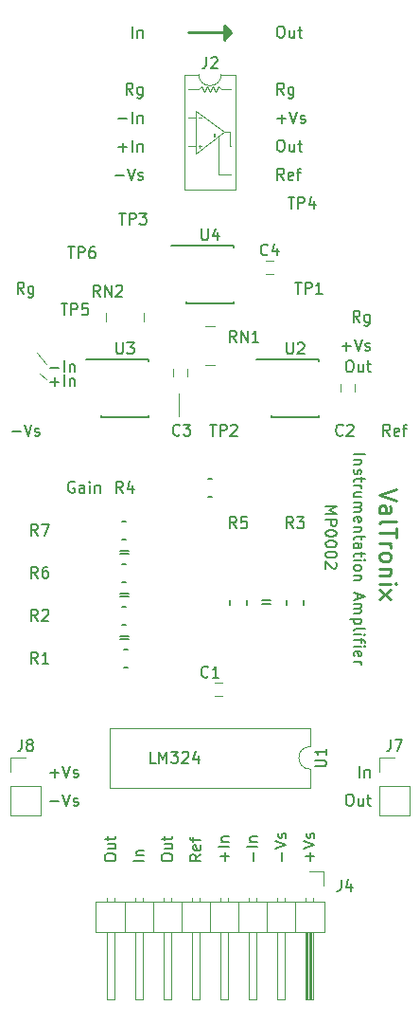
<source format=gbr>
%TF.GenerationSoftware,KiCad,Pcbnew,(5.1.6)-1*%
%TF.CreationDate,2020-07-04T17:27:32+02:00*%
%TF.ProjectId,MP0002 Instrumentation Amplifier,4d503030-3032-4204-996e-737472756d65,1.0*%
%TF.SameCoordinates,Original*%
%TF.FileFunction,Legend,Top*%
%TF.FilePolarity,Positive*%
%FSLAX46Y46*%
G04 Gerber Fmt 4.6, Leading zero omitted, Abs format (unit mm)*
G04 Created by KiCad (PCBNEW (5.1.6)-1) date 2020-07-04 17:27:32*
%MOMM*%
%LPD*%
G01*
G04 APERTURE LIST*
%ADD10C,0.250000*%
%ADD11C,0.150000*%
%ADD12C,0.120000*%
%ADD13C,0.062500*%
G04 APERTURE END LIST*
D10*
X152586428Y-116991428D02*
X151086428Y-117491428D01*
X152586428Y-117991428D01*
X151086428Y-119134285D02*
X151872142Y-119134285D01*
X152015000Y-119062857D01*
X152086428Y-118920000D01*
X152086428Y-118634285D01*
X152015000Y-118491428D01*
X151157857Y-119134285D02*
X151086428Y-118991428D01*
X151086428Y-118634285D01*
X151157857Y-118491428D01*
X151300714Y-118420000D01*
X151443571Y-118420000D01*
X151586428Y-118491428D01*
X151657857Y-118634285D01*
X151657857Y-118991428D01*
X151729285Y-119134285D01*
X151086428Y-120062857D02*
X151157857Y-119920000D01*
X151300714Y-119848571D01*
X152586428Y-119848571D01*
X152586428Y-120420000D02*
X152586428Y-121277142D01*
X151086428Y-120848571D02*
X152586428Y-120848571D01*
X151086428Y-121777142D02*
X152086428Y-121777142D01*
X151800714Y-121777142D02*
X151943571Y-121848571D01*
X152015000Y-121920000D01*
X152086428Y-122062857D01*
X152086428Y-122205714D01*
X151086428Y-122920000D02*
X151157857Y-122777142D01*
X151229285Y-122705714D01*
X151372142Y-122634285D01*
X151800714Y-122634285D01*
X151943571Y-122705714D01*
X152015000Y-122777142D01*
X152086428Y-122920000D01*
X152086428Y-123134285D01*
X152015000Y-123277142D01*
X151943571Y-123348571D01*
X151800714Y-123420000D01*
X151372142Y-123420000D01*
X151229285Y-123348571D01*
X151157857Y-123277142D01*
X151086428Y-123134285D01*
X151086428Y-122920000D01*
X152086428Y-124062857D02*
X151086428Y-124062857D01*
X151943571Y-124062857D02*
X152015000Y-124134285D01*
X152086428Y-124277142D01*
X152086428Y-124491428D01*
X152015000Y-124634285D01*
X151872142Y-124705714D01*
X151086428Y-124705714D01*
X151086428Y-125420000D02*
X152086428Y-125420000D01*
X152586428Y-125420000D02*
X152515000Y-125348571D01*
X152443571Y-125420000D01*
X152515000Y-125491428D01*
X152586428Y-125420000D01*
X152443571Y-125420000D01*
X151086428Y-125991428D02*
X152086428Y-126777142D01*
X152086428Y-125991428D02*
X151086428Y-126777142D01*
D11*
X148772619Y-113880476D02*
X149772619Y-113880476D01*
X149439285Y-114356666D02*
X148772619Y-114356666D01*
X149344047Y-114356666D02*
X149391666Y-114404285D01*
X149439285Y-114499523D01*
X149439285Y-114642380D01*
X149391666Y-114737619D01*
X149296428Y-114785238D01*
X148772619Y-114785238D01*
X148820238Y-115213809D02*
X148772619Y-115309047D01*
X148772619Y-115499523D01*
X148820238Y-115594761D01*
X148915476Y-115642380D01*
X148963095Y-115642380D01*
X149058333Y-115594761D01*
X149105952Y-115499523D01*
X149105952Y-115356666D01*
X149153571Y-115261428D01*
X149248809Y-115213809D01*
X149296428Y-115213809D01*
X149391666Y-115261428D01*
X149439285Y-115356666D01*
X149439285Y-115499523D01*
X149391666Y-115594761D01*
X149439285Y-115928095D02*
X149439285Y-116309047D01*
X149772619Y-116070952D02*
X148915476Y-116070952D01*
X148820238Y-116118571D01*
X148772619Y-116213809D01*
X148772619Y-116309047D01*
X148772619Y-116642380D02*
X149439285Y-116642380D01*
X149248809Y-116642380D02*
X149344047Y-116690000D01*
X149391666Y-116737619D01*
X149439285Y-116832857D01*
X149439285Y-116928095D01*
X149439285Y-117690000D02*
X148772619Y-117690000D01*
X149439285Y-117261428D02*
X148915476Y-117261428D01*
X148820238Y-117309047D01*
X148772619Y-117404285D01*
X148772619Y-117547142D01*
X148820238Y-117642380D01*
X148867857Y-117690000D01*
X148772619Y-118166190D02*
X149439285Y-118166190D01*
X149344047Y-118166190D02*
X149391666Y-118213809D01*
X149439285Y-118309047D01*
X149439285Y-118451904D01*
X149391666Y-118547142D01*
X149296428Y-118594761D01*
X148772619Y-118594761D01*
X149296428Y-118594761D02*
X149391666Y-118642380D01*
X149439285Y-118737619D01*
X149439285Y-118880476D01*
X149391666Y-118975714D01*
X149296428Y-119023333D01*
X148772619Y-119023333D01*
X148820238Y-119880476D02*
X148772619Y-119785238D01*
X148772619Y-119594761D01*
X148820238Y-119499523D01*
X148915476Y-119451904D01*
X149296428Y-119451904D01*
X149391666Y-119499523D01*
X149439285Y-119594761D01*
X149439285Y-119785238D01*
X149391666Y-119880476D01*
X149296428Y-119928095D01*
X149201190Y-119928095D01*
X149105952Y-119451904D01*
X149439285Y-120356666D02*
X148772619Y-120356666D01*
X149344047Y-120356666D02*
X149391666Y-120404285D01*
X149439285Y-120499523D01*
X149439285Y-120642380D01*
X149391666Y-120737619D01*
X149296428Y-120785238D01*
X148772619Y-120785238D01*
X149439285Y-121118571D02*
X149439285Y-121499523D01*
X149772619Y-121261428D02*
X148915476Y-121261428D01*
X148820238Y-121309047D01*
X148772619Y-121404285D01*
X148772619Y-121499523D01*
X148772619Y-122261428D02*
X149296428Y-122261428D01*
X149391666Y-122213809D01*
X149439285Y-122118571D01*
X149439285Y-121928095D01*
X149391666Y-121832857D01*
X148820238Y-122261428D02*
X148772619Y-122166190D01*
X148772619Y-121928095D01*
X148820238Y-121832857D01*
X148915476Y-121785238D01*
X149010714Y-121785238D01*
X149105952Y-121832857D01*
X149153571Y-121928095D01*
X149153571Y-122166190D01*
X149201190Y-122261428D01*
X149439285Y-122594761D02*
X149439285Y-122975714D01*
X149772619Y-122737619D02*
X148915476Y-122737619D01*
X148820238Y-122785238D01*
X148772619Y-122880476D01*
X148772619Y-122975714D01*
X148772619Y-123309047D02*
X149439285Y-123309047D01*
X149772619Y-123309047D02*
X149725000Y-123261428D01*
X149677380Y-123309047D01*
X149725000Y-123356666D01*
X149772619Y-123309047D01*
X149677380Y-123309047D01*
X148772619Y-123928095D02*
X148820238Y-123832857D01*
X148867857Y-123785238D01*
X148963095Y-123737619D01*
X149248809Y-123737619D01*
X149344047Y-123785238D01*
X149391666Y-123832857D01*
X149439285Y-123928095D01*
X149439285Y-124070952D01*
X149391666Y-124166190D01*
X149344047Y-124213809D01*
X149248809Y-124261428D01*
X148963095Y-124261428D01*
X148867857Y-124213809D01*
X148820238Y-124166190D01*
X148772619Y-124070952D01*
X148772619Y-123928095D01*
X149439285Y-124690000D02*
X148772619Y-124690000D01*
X149344047Y-124690000D02*
X149391666Y-124737619D01*
X149439285Y-124832857D01*
X149439285Y-124975714D01*
X149391666Y-125070952D01*
X149296428Y-125118571D01*
X148772619Y-125118571D01*
X149058333Y-126309047D02*
X149058333Y-126785238D01*
X148772619Y-126213809D02*
X149772619Y-126547142D01*
X148772619Y-126880476D01*
X148772619Y-127213809D02*
X149439285Y-127213809D01*
X149344047Y-127213809D02*
X149391666Y-127261428D01*
X149439285Y-127356666D01*
X149439285Y-127499523D01*
X149391666Y-127594761D01*
X149296428Y-127642380D01*
X148772619Y-127642380D01*
X149296428Y-127642380D02*
X149391666Y-127690000D01*
X149439285Y-127785238D01*
X149439285Y-127928095D01*
X149391666Y-128023333D01*
X149296428Y-128070952D01*
X148772619Y-128070952D01*
X149439285Y-128547142D02*
X148439285Y-128547142D01*
X149391666Y-128547142D02*
X149439285Y-128642380D01*
X149439285Y-128832857D01*
X149391666Y-128928095D01*
X149344047Y-128975714D01*
X149248809Y-129023333D01*
X148963095Y-129023333D01*
X148867857Y-128975714D01*
X148820238Y-128928095D01*
X148772619Y-128832857D01*
X148772619Y-128642380D01*
X148820238Y-128547142D01*
X148772619Y-129594761D02*
X148820238Y-129499523D01*
X148915476Y-129451904D01*
X149772619Y-129451904D01*
X148772619Y-129975714D02*
X149439285Y-129975714D01*
X149772619Y-129975714D02*
X149725000Y-129928095D01*
X149677380Y-129975714D01*
X149725000Y-130023333D01*
X149772619Y-129975714D01*
X149677380Y-129975714D01*
X149439285Y-130309047D02*
X149439285Y-130690000D01*
X148772619Y-130451904D02*
X149629761Y-130451904D01*
X149725000Y-130499523D01*
X149772619Y-130594761D01*
X149772619Y-130690000D01*
X148772619Y-131023333D02*
X149439285Y-131023333D01*
X149772619Y-131023333D02*
X149725000Y-130975714D01*
X149677380Y-131023333D01*
X149725000Y-131070952D01*
X149772619Y-131023333D01*
X149677380Y-131023333D01*
X148820238Y-131880476D02*
X148772619Y-131785238D01*
X148772619Y-131594761D01*
X148820238Y-131499523D01*
X148915476Y-131451904D01*
X149296428Y-131451904D01*
X149391666Y-131499523D01*
X149439285Y-131594761D01*
X149439285Y-131785238D01*
X149391666Y-131880476D01*
X149296428Y-131928095D01*
X149201190Y-131928095D01*
X149105952Y-131451904D01*
X148772619Y-132356666D02*
X149439285Y-132356666D01*
X149248809Y-132356666D02*
X149344047Y-132404285D01*
X149391666Y-132451904D01*
X149439285Y-132547142D01*
X149439285Y-132642380D01*
X146232619Y-118546904D02*
X147232619Y-118546904D01*
X146518333Y-118880238D01*
X147232619Y-119213571D01*
X146232619Y-119213571D01*
X146232619Y-119689761D02*
X147232619Y-119689761D01*
X147232619Y-120070714D01*
X147185000Y-120165952D01*
X147137380Y-120213571D01*
X147042142Y-120261190D01*
X146899285Y-120261190D01*
X146804047Y-120213571D01*
X146756428Y-120165952D01*
X146708809Y-120070714D01*
X146708809Y-119689761D01*
X147232619Y-120880238D02*
X147232619Y-120975476D01*
X147185000Y-121070714D01*
X147137380Y-121118333D01*
X147042142Y-121165952D01*
X146851666Y-121213571D01*
X146613571Y-121213571D01*
X146423095Y-121165952D01*
X146327857Y-121118333D01*
X146280238Y-121070714D01*
X146232619Y-120975476D01*
X146232619Y-120880238D01*
X146280238Y-120785000D01*
X146327857Y-120737380D01*
X146423095Y-120689761D01*
X146613571Y-120642142D01*
X146851666Y-120642142D01*
X147042142Y-120689761D01*
X147137380Y-120737380D01*
X147185000Y-120785000D01*
X147232619Y-120880238D01*
X147232619Y-121832619D02*
X147232619Y-121927857D01*
X147185000Y-122023095D01*
X147137380Y-122070714D01*
X147042142Y-122118333D01*
X146851666Y-122165952D01*
X146613571Y-122165952D01*
X146423095Y-122118333D01*
X146327857Y-122070714D01*
X146280238Y-122023095D01*
X146232619Y-121927857D01*
X146232619Y-121832619D01*
X146280238Y-121737380D01*
X146327857Y-121689761D01*
X146423095Y-121642142D01*
X146613571Y-121594523D01*
X146851666Y-121594523D01*
X147042142Y-121642142D01*
X147137380Y-121689761D01*
X147185000Y-121737380D01*
X147232619Y-121832619D01*
X147232619Y-122785000D02*
X147232619Y-122880238D01*
X147185000Y-122975476D01*
X147137380Y-123023095D01*
X147042142Y-123070714D01*
X146851666Y-123118333D01*
X146613571Y-123118333D01*
X146423095Y-123070714D01*
X146327857Y-123023095D01*
X146280238Y-122975476D01*
X146232619Y-122880238D01*
X146232619Y-122785000D01*
X146280238Y-122689761D01*
X146327857Y-122642142D01*
X146423095Y-122594523D01*
X146613571Y-122546904D01*
X146851666Y-122546904D01*
X147042142Y-122594523D01*
X147137380Y-122642142D01*
X147185000Y-122689761D01*
X147232619Y-122785000D01*
X147137380Y-123499285D02*
X147185000Y-123546904D01*
X147232619Y-123642142D01*
X147232619Y-123880238D01*
X147185000Y-123975476D01*
X147137380Y-124023095D01*
X147042142Y-124070714D01*
X146946904Y-124070714D01*
X146804047Y-124023095D01*
X146232619Y-123451666D01*
X146232619Y-124070714D01*
X144851428Y-150159404D02*
X144851428Y-149397500D01*
X145232380Y-149778452D02*
X144470476Y-149778452D01*
X144232380Y-149064166D02*
X145232380Y-148730833D01*
X144232380Y-148397500D01*
X145184761Y-148111785D02*
X145232380Y-148016547D01*
X145232380Y-147826071D01*
X145184761Y-147730833D01*
X145089523Y-147683214D01*
X145041904Y-147683214D01*
X144946666Y-147730833D01*
X144899047Y-147826071D01*
X144899047Y-147968928D01*
X144851428Y-148064166D01*
X144756190Y-148111785D01*
X144708571Y-148111785D01*
X144613333Y-148064166D01*
X144565714Y-147968928D01*
X144565714Y-147826071D01*
X144613333Y-147730833D01*
X142311428Y-150159404D02*
X142311428Y-149397500D01*
X141692380Y-149064166D02*
X142692380Y-148730833D01*
X141692380Y-148397500D01*
X142644761Y-148111785D02*
X142692380Y-148016547D01*
X142692380Y-147826071D01*
X142644761Y-147730833D01*
X142549523Y-147683214D01*
X142501904Y-147683214D01*
X142406666Y-147730833D01*
X142359047Y-147826071D01*
X142359047Y-147968928D01*
X142311428Y-148064166D01*
X142216190Y-148111785D01*
X142168571Y-148111785D01*
X142073333Y-148064166D01*
X142025714Y-147968928D01*
X142025714Y-147826071D01*
X142073333Y-147730833D01*
X139771428Y-150159404D02*
X139771428Y-149397500D01*
X140152380Y-148921309D02*
X139152380Y-148921309D01*
X139485714Y-148445119D02*
X140152380Y-148445119D01*
X139580952Y-148445119D02*
X139533333Y-148397500D01*
X139485714Y-148302261D01*
X139485714Y-148159404D01*
X139533333Y-148064166D01*
X139628571Y-148016547D01*
X140152380Y-148016547D01*
X137231428Y-150159404D02*
X137231428Y-149397500D01*
X137612380Y-149778452D02*
X136850476Y-149778452D01*
X137612380Y-148921309D02*
X136612380Y-148921309D01*
X136945714Y-148445119D02*
X137612380Y-148445119D01*
X137040952Y-148445119D02*
X136993333Y-148397500D01*
X136945714Y-148302261D01*
X136945714Y-148159404D01*
X136993333Y-148064166D01*
X137088571Y-148016547D01*
X137612380Y-148016547D01*
X135072380Y-149587976D02*
X134596190Y-149921309D01*
X135072380Y-150159404D02*
X134072380Y-150159404D01*
X134072380Y-149778452D01*
X134120000Y-149683214D01*
X134167619Y-149635595D01*
X134262857Y-149587976D01*
X134405714Y-149587976D01*
X134500952Y-149635595D01*
X134548571Y-149683214D01*
X134596190Y-149778452D01*
X134596190Y-150159404D01*
X135024761Y-148778452D02*
X135072380Y-148873690D01*
X135072380Y-149064166D01*
X135024761Y-149159404D01*
X134929523Y-149207023D01*
X134548571Y-149207023D01*
X134453333Y-149159404D01*
X134405714Y-149064166D01*
X134405714Y-148873690D01*
X134453333Y-148778452D01*
X134548571Y-148730833D01*
X134643809Y-148730833D01*
X134739047Y-149207023D01*
X134405714Y-148445119D02*
X134405714Y-148064166D01*
X135072380Y-148302261D02*
X134215238Y-148302261D01*
X134120000Y-148254642D01*
X134072380Y-148159404D01*
X134072380Y-148064166D01*
X131532380Y-149968928D02*
X131532380Y-149778452D01*
X131580000Y-149683214D01*
X131675238Y-149587976D01*
X131865714Y-149540357D01*
X132199047Y-149540357D01*
X132389523Y-149587976D01*
X132484761Y-149683214D01*
X132532380Y-149778452D01*
X132532380Y-149968928D01*
X132484761Y-150064166D01*
X132389523Y-150159404D01*
X132199047Y-150207023D01*
X131865714Y-150207023D01*
X131675238Y-150159404D01*
X131580000Y-150064166D01*
X131532380Y-149968928D01*
X131865714Y-148683214D02*
X132532380Y-148683214D01*
X131865714Y-149111785D02*
X132389523Y-149111785D01*
X132484761Y-149064166D01*
X132532380Y-148968928D01*
X132532380Y-148826071D01*
X132484761Y-148730833D01*
X132437142Y-148683214D01*
X131865714Y-148349880D02*
X131865714Y-147968928D01*
X131532380Y-148207023D02*
X132389523Y-148207023D01*
X132484761Y-148159404D01*
X132532380Y-148064166D01*
X132532380Y-147968928D01*
X129992380Y-150159404D02*
X128992380Y-150159404D01*
X129325714Y-149683214D02*
X129992380Y-149683214D01*
X129420952Y-149683214D02*
X129373333Y-149635595D01*
X129325714Y-149540357D01*
X129325714Y-149397500D01*
X129373333Y-149302261D01*
X129468571Y-149254642D01*
X129992380Y-149254642D01*
X126452380Y-149968928D02*
X126452380Y-149778452D01*
X126500000Y-149683214D01*
X126595238Y-149587976D01*
X126785714Y-149540357D01*
X127119047Y-149540357D01*
X127309523Y-149587976D01*
X127404761Y-149683214D01*
X127452380Y-149778452D01*
X127452380Y-149968928D01*
X127404761Y-150064166D01*
X127309523Y-150159404D01*
X127119047Y-150207023D01*
X126785714Y-150207023D01*
X126595238Y-150159404D01*
X126500000Y-150064166D01*
X126452380Y-149968928D01*
X126785714Y-148683214D02*
X127452380Y-148683214D01*
X126785714Y-149111785D02*
X127309523Y-149111785D01*
X127404761Y-149064166D01*
X127452380Y-148968928D01*
X127452380Y-148826071D01*
X127404761Y-148730833D01*
X127357142Y-148683214D01*
X126785714Y-148349880D02*
X126785714Y-147968928D01*
X126452380Y-148207023D02*
X127309523Y-148207023D01*
X127404761Y-148159404D01*
X127452380Y-148064166D01*
X127452380Y-147968928D01*
D12*
X121285000Y-107188000D02*
X120650000Y-106680000D01*
X121285000Y-105791000D02*
X120396000Y-104775000D01*
D11*
X121620595Y-106116428D02*
X122382500Y-106116428D01*
X122858690Y-106497380D02*
X122858690Y-105497380D01*
X123334880Y-105830714D02*
X123334880Y-106497380D01*
X123334880Y-105925952D02*
X123382500Y-105878333D01*
X123477738Y-105830714D01*
X123620595Y-105830714D01*
X123715833Y-105878333D01*
X123763452Y-105973571D01*
X123763452Y-106497380D01*
X118165714Y-111831428D02*
X118927619Y-111831428D01*
X119260952Y-111212380D02*
X119594285Y-112212380D01*
X119927619Y-111212380D01*
X120213333Y-112164761D02*
X120308571Y-112212380D01*
X120499047Y-112212380D01*
X120594285Y-112164761D01*
X120641904Y-112069523D01*
X120641904Y-112021904D01*
X120594285Y-111926666D01*
X120499047Y-111879047D01*
X120356190Y-111879047D01*
X120260952Y-111831428D01*
X120213333Y-111736190D01*
X120213333Y-111688571D01*
X120260952Y-111593333D01*
X120356190Y-111545714D01*
X120499047Y-111545714D01*
X120594285Y-111593333D01*
X119237142Y-99512380D02*
X118903809Y-99036190D01*
X118665714Y-99512380D02*
X118665714Y-98512380D01*
X119046666Y-98512380D01*
X119141904Y-98560000D01*
X119189523Y-98607619D01*
X119237142Y-98702857D01*
X119237142Y-98845714D01*
X119189523Y-98940952D01*
X119141904Y-98988571D01*
X119046666Y-99036190D01*
X118665714Y-99036190D01*
X120094285Y-98845714D02*
X120094285Y-99655238D01*
X120046666Y-99750476D01*
X119999047Y-99798095D01*
X119903809Y-99845714D01*
X119760952Y-99845714D01*
X119665714Y-99798095D01*
X120094285Y-99464761D02*
X119999047Y-99512380D01*
X119808571Y-99512380D01*
X119713333Y-99464761D01*
X119665714Y-99417142D01*
X119618095Y-99321904D01*
X119618095Y-99036190D01*
X119665714Y-98940952D01*
X119713333Y-98893333D01*
X119808571Y-98845714D01*
X119999047Y-98845714D01*
X120094285Y-98893333D01*
X121620595Y-107386428D02*
X122382500Y-107386428D01*
X122001547Y-107767380D02*
X122001547Y-107005476D01*
X122858690Y-107767380D02*
X122858690Y-106767380D01*
X123334880Y-107100714D02*
X123334880Y-107767380D01*
X123334880Y-107195952D02*
X123382500Y-107148333D01*
X123477738Y-107100714D01*
X123620595Y-107100714D01*
X123715833Y-107148333D01*
X123763452Y-107243571D01*
X123763452Y-107767380D01*
X149302261Y-102052380D02*
X148968928Y-101576190D01*
X148730833Y-102052380D02*
X148730833Y-101052380D01*
X149111785Y-101052380D01*
X149207023Y-101100000D01*
X149254642Y-101147619D01*
X149302261Y-101242857D01*
X149302261Y-101385714D01*
X149254642Y-101480952D01*
X149207023Y-101528571D01*
X149111785Y-101576190D01*
X148730833Y-101576190D01*
X150159404Y-101385714D02*
X150159404Y-102195238D01*
X150111785Y-102290476D01*
X150064166Y-102338095D01*
X149968928Y-102385714D01*
X149826071Y-102385714D01*
X149730833Y-102338095D01*
X150159404Y-102004761D02*
X150064166Y-102052380D01*
X149873690Y-102052380D01*
X149778452Y-102004761D01*
X149730833Y-101957142D01*
X149683214Y-101861904D01*
X149683214Y-101576190D01*
X149730833Y-101480952D01*
X149778452Y-101433333D01*
X149873690Y-101385714D01*
X150064166Y-101385714D01*
X150159404Y-101433333D01*
X147730833Y-104211428D02*
X148492738Y-104211428D01*
X148111785Y-104592380D02*
X148111785Y-103830476D01*
X148826071Y-103592380D02*
X149159404Y-104592380D01*
X149492738Y-103592380D01*
X149778452Y-104544761D02*
X149873690Y-104592380D01*
X150064166Y-104592380D01*
X150159404Y-104544761D01*
X150207023Y-104449523D01*
X150207023Y-104401904D01*
X150159404Y-104306666D01*
X150064166Y-104259047D01*
X149921309Y-104259047D01*
X149826071Y-104211428D01*
X149778452Y-104116190D01*
X149778452Y-104068571D01*
X149826071Y-103973333D01*
X149921309Y-103925714D01*
X150064166Y-103925714D01*
X150159404Y-103973333D01*
X148302261Y-105497380D02*
X148492738Y-105497380D01*
X148587976Y-105545000D01*
X148683214Y-105640238D01*
X148730833Y-105830714D01*
X148730833Y-106164047D01*
X148683214Y-106354523D01*
X148587976Y-106449761D01*
X148492738Y-106497380D01*
X148302261Y-106497380D01*
X148207023Y-106449761D01*
X148111785Y-106354523D01*
X148064166Y-106164047D01*
X148064166Y-105830714D01*
X148111785Y-105640238D01*
X148207023Y-105545000D01*
X148302261Y-105497380D01*
X149587976Y-105830714D02*
X149587976Y-106497380D01*
X149159404Y-105830714D02*
X149159404Y-106354523D01*
X149207023Y-106449761D01*
X149302261Y-106497380D01*
X149445119Y-106497380D01*
X149540357Y-106449761D01*
X149587976Y-106402142D01*
X149921309Y-105830714D02*
X150302261Y-105830714D01*
X150064166Y-105497380D02*
X150064166Y-106354523D01*
X150111785Y-106449761D01*
X150207023Y-106497380D01*
X150302261Y-106497380D01*
X151995238Y-112212380D02*
X151661904Y-111736190D01*
X151423809Y-112212380D02*
X151423809Y-111212380D01*
X151804761Y-111212380D01*
X151900000Y-111260000D01*
X151947619Y-111307619D01*
X151995238Y-111402857D01*
X151995238Y-111545714D01*
X151947619Y-111640952D01*
X151900000Y-111688571D01*
X151804761Y-111736190D01*
X151423809Y-111736190D01*
X152804761Y-112164761D02*
X152709523Y-112212380D01*
X152519047Y-112212380D01*
X152423809Y-112164761D01*
X152376190Y-112069523D01*
X152376190Y-111688571D01*
X152423809Y-111593333D01*
X152519047Y-111545714D01*
X152709523Y-111545714D01*
X152804761Y-111593333D01*
X152852380Y-111688571D01*
X152852380Y-111783809D01*
X152376190Y-111879047D01*
X153138095Y-111545714D02*
X153519047Y-111545714D01*
X153280952Y-112212380D02*
X153280952Y-111355238D01*
X153328571Y-111260000D01*
X153423809Y-111212380D01*
X153519047Y-111212380D01*
D13*
X136348380Y-85457095D02*
X136265047Y-85338047D01*
X136205523Y-85457095D02*
X136205523Y-85207095D01*
X136300761Y-85207095D01*
X136324571Y-85219000D01*
X136336476Y-85230904D01*
X136348380Y-85254714D01*
X136348380Y-85290428D01*
X136336476Y-85314238D01*
X136324571Y-85326142D01*
X136300761Y-85338047D01*
X136205523Y-85338047D01*
D12*
X136652000Y-88900000D02*
X136652000Y-85471000D01*
X137795000Y-88900000D02*
X136652000Y-88900000D01*
X137668000Y-86360000D02*
X137795000Y-86360000D01*
X137668000Y-85090000D02*
X137668000Y-86360000D01*
X137160000Y-85090000D02*
X137668000Y-85090000D01*
X135001000Y-86233000D02*
X135001000Y-86487000D01*
X134874000Y-86360000D02*
X135128000Y-86360000D01*
X134874000Y-83820000D02*
X135128000Y-83820000D01*
X136906000Y-81280000D02*
X137160000Y-81280000D01*
X136652000Y-81026000D02*
X136906000Y-81280000D01*
X136398000Y-81534000D02*
X136652000Y-81026000D01*
X136144000Y-81026000D02*
X136398000Y-81534000D01*
X135890000Y-81534000D02*
X136144000Y-81026000D01*
X135636000Y-81026000D02*
X135890000Y-81534000D01*
X135382000Y-81534000D02*
X135636000Y-81026000D01*
X135128000Y-81026000D02*
X135382000Y-81534000D01*
X134874000Y-81280000D02*
X135128000Y-81026000D01*
X134620000Y-81280000D02*
X134874000Y-81280000D01*
X137795000Y-81280000D02*
X137160000Y-81280000D01*
X133985000Y-81280000D02*
X134620000Y-81280000D01*
X133985000Y-86360000D02*
X134620000Y-86360000D01*
X133985000Y-83820000D02*
X134620000Y-83820000D01*
X137160000Y-85090000D02*
X134620000Y-83185000D01*
X134620000Y-86995000D02*
X137160000Y-85090000D01*
X134620000Y-83185000D02*
X134620000Y-86995000D01*
D10*
G36*
X137795000Y-76200000D02*
G01*
X137160000Y-76835000D01*
X137160000Y-75565000D01*
X137795000Y-76200000D01*
G37*
X137795000Y-76200000D02*
X137160000Y-76835000D01*
X137160000Y-75565000D01*
X137795000Y-76200000D01*
X133985000Y-76200000D02*
X137795000Y-76200000D01*
D11*
X128934642Y-76652380D02*
X128934642Y-75652380D01*
X129410833Y-75985714D02*
X129410833Y-76652380D01*
X129410833Y-76080952D02*
X129458452Y-76033333D01*
X129553690Y-75985714D01*
X129696547Y-75985714D01*
X129791785Y-76033333D01*
X129839404Y-76128571D01*
X129839404Y-76652380D01*
X142131071Y-75652380D02*
X142321547Y-75652380D01*
X142416785Y-75700000D01*
X142512023Y-75795238D01*
X142559642Y-75985714D01*
X142559642Y-76319047D01*
X142512023Y-76509523D01*
X142416785Y-76604761D01*
X142321547Y-76652380D01*
X142131071Y-76652380D01*
X142035833Y-76604761D01*
X141940595Y-76509523D01*
X141892976Y-76319047D01*
X141892976Y-75985714D01*
X141940595Y-75795238D01*
X142035833Y-75700000D01*
X142131071Y-75652380D01*
X143416785Y-75985714D02*
X143416785Y-76652380D01*
X142988214Y-75985714D02*
X142988214Y-76509523D01*
X143035833Y-76604761D01*
X143131071Y-76652380D01*
X143273928Y-76652380D01*
X143369166Y-76604761D01*
X143416785Y-76557142D01*
X143750119Y-75985714D02*
X144131071Y-75985714D01*
X143892976Y-75652380D02*
X143892976Y-76509523D01*
X143940595Y-76604761D01*
X144035833Y-76652380D01*
X144131071Y-76652380D01*
X142512023Y-89352380D02*
X142178690Y-88876190D01*
X141940595Y-89352380D02*
X141940595Y-88352380D01*
X142321547Y-88352380D01*
X142416785Y-88400000D01*
X142464404Y-88447619D01*
X142512023Y-88542857D01*
X142512023Y-88685714D01*
X142464404Y-88780952D01*
X142416785Y-88828571D01*
X142321547Y-88876190D01*
X141940595Y-88876190D01*
X143321547Y-89304761D02*
X143226309Y-89352380D01*
X143035833Y-89352380D01*
X142940595Y-89304761D01*
X142892976Y-89209523D01*
X142892976Y-88828571D01*
X142940595Y-88733333D01*
X143035833Y-88685714D01*
X143226309Y-88685714D01*
X143321547Y-88733333D01*
X143369166Y-88828571D01*
X143369166Y-88923809D01*
X142892976Y-89019047D01*
X143654880Y-88685714D02*
X144035833Y-88685714D01*
X143797738Y-89352380D02*
X143797738Y-88495238D01*
X143845357Y-88400000D01*
X143940595Y-88352380D01*
X144035833Y-88352380D01*
X142131071Y-85812380D02*
X142321547Y-85812380D01*
X142416785Y-85860000D01*
X142512023Y-85955238D01*
X142559642Y-86145714D01*
X142559642Y-86479047D01*
X142512023Y-86669523D01*
X142416785Y-86764761D01*
X142321547Y-86812380D01*
X142131071Y-86812380D01*
X142035833Y-86764761D01*
X141940595Y-86669523D01*
X141892976Y-86479047D01*
X141892976Y-86145714D01*
X141940595Y-85955238D01*
X142035833Y-85860000D01*
X142131071Y-85812380D01*
X143416785Y-86145714D02*
X143416785Y-86812380D01*
X142988214Y-86145714D02*
X142988214Y-86669523D01*
X143035833Y-86764761D01*
X143131071Y-86812380D01*
X143273928Y-86812380D01*
X143369166Y-86764761D01*
X143416785Y-86717142D01*
X143750119Y-86145714D02*
X144131071Y-86145714D01*
X143892976Y-85812380D02*
X143892976Y-86669523D01*
X143940595Y-86764761D01*
X144035833Y-86812380D01*
X144131071Y-86812380D01*
X141940595Y-83891428D02*
X142702500Y-83891428D01*
X142321547Y-84272380D02*
X142321547Y-83510476D01*
X143035833Y-83272380D02*
X143369166Y-84272380D01*
X143702500Y-83272380D01*
X143988214Y-84224761D02*
X144083452Y-84272380D01*
X144273928Y-84272380D01*
X144369166Y-84224761D01*
X144416785Y-84129523D01*
X144416785Y-84081904D01*
X144369166Y-83986666D01*
X144273928Y-83939047D01*
X144131071Y-83939047D01*
X144035833Y-83891428D01*
X143988214Y-83796190D01*
X143988214Y-83748571D01*
X144035833Y-83653333D01*
X144131071Y-83605714D01*
X144273928Y-83605714D01*
X144369166Y-83653333D01*
X142512023Y-81732380D02*
X142178690Y-81256190D01*
X141940595Y-81732380D02*
X141940595Y-80732380D01*
X142321547Y-80732380D01*
X142416785Y-80780000D01*
X142464404Y-80827619D01*
X142512023Y-80922857D01*
X142512023Y-81065714D01*
X142464404Y-81160952D01*
X142416785Y-81208571D01*
X142321547Y-81256190D01*
X141940595Y-81256190D01*
X143369166Y-81065714D02*
X143369166Y-81875238D01*
X143321547Y-81970476D01*
X143273928Y-82018095D01*
X143178690Y-82065714D01*
X143035833Y-82065714D01*
X142940595Y-82018095D01*
X143369166Y-81684761D02*
X143273928Y-81732380D01*
X143083452Y-81732380D01*
X142988214Y-81684761D01*
X142940595Y-81637142D01*
X142892976Y-81541904D01*
X142892976Y-81256190D01*
X142940595Y-81160952D01*
X142988214Y-81113333D01*
X143083452Y-81065714D01*
X143273928Y-81065714D01*
X143369166Y-81113333D01*
X127410833Y-88971428D02*
X128172738Y-88971428D01*
X128506071Y-88352380D02*
X128839404Y-89352380D01*
X129172738Y-88352380D01*
X129458452Y-89304761D02*
X129553690Y-89352380D01*
X129744166Y-89352380D01*
X129839404Y-89304761D01*
X129887023Y-89209523D01*
X129887023Y-89161904D01*
X129839404Y-89066666D01*
X129744166Y-89019047D01*
X129601309Y-89019047D01*
X129506071Y-88971428D01*
X129458452Y-88876190D01*
X129458452Y-88828571D01*
X129506071Y-88733333D01*
X129601309Y-88685714D01*
X129744166Y-88685714D01*
X129839404Y-88733333D01*
X127696547Y-86431428D02*
X128458452Y-86431428D01*
X128077500Y-86812380D02*
X128077500Y-86050476D01*
X128934642Y-86812380D02*
X128934642Y-85812380D01*
X129410833Y-86145714D02*
X129410833Y-86812380D01*
X129410833Y-86240952D02*
X129458452Y-86193333D01*
X129553690Y-86145714D01*
X129696547Y-86145714D01*
X129791785Y-86193333D01*
X129839404Y-86288571D01*
X129839404Y-86812380D01*
X127696547Y-83891428D02*
X128458452Y-83891428D01*
X128934642Y-84272380D02*
X128934642Y-83272380D01*
X129410833Y-83605714D02*
X129410833Y-84272380D01*
X129410833Y-83700952D02*
X129458452Y-83653333D01*
X129553690Y-83605714D01*
X129696547Y-83605714D01*
X129791785Y-83653333D01*
X129839404Y-83748571D01*
X129839404Y-84272380D01*
X128982261Y-81732380D02*
X128648928Y-81256190D01*
X128410833Y-81732380D02*
X128410833Y-80732380D01*
X128791785Y-80732380D01*
X128887023Y-80780000D01*
X128934642Y-80827619D01*
X128982261Y-80922857D01*
X128982261Y-81065714D01*
X128934642Y-81160952D01*
X128887023Y-81208571D01*
X128791785Y-81256190D01*
X128410833Y-81256190D01*
X129839404Y-81065714D02*
X129839404Y-81875238D01*
X129791785Y-81970476D01*
X129744166Y-82018095D01*
X129648928Y-82065714D01*
X129506071Y-82065714D01*
X129410833Y-82018095D01*
X129839404Y-81684761D02*
X129744166Y-81732380D01*
X129553690Y-81732380D01*
X129458452Y-81684761D01*
X129410833Y-81637142D01*
X129363214Y-81541904D01*
X129363214Y-81256190D01*
X129410833Y-81160952D01*
X129458452Y-81113333D01*
X129553690Y-81065714D01*
X129744166Y-81065714D01*
X129839404Y-81113333D01*
X127889047Y-130103571D02*
X128650952Y-130103571D01*
X128650952Y-130389285D02*
X127889047Y-130389285D01*
X127889047Y-126293571D02*
X128650952Y-126293571D01*
X128650952Y-126579285D02*
X127889047Y-126579285D01*
X127889047Y-122483571D02*
X128650952Y-122483571D01*
X128650952Y-122769285D02*
X127889047Y-122769285D01*
X140589047Y-126928571D02*
X141350952Y-126928571D01*
X141350952Y-127214285D02*
X140589047Y-127214285D01*
D12*
X133096000Y-108458000D02*
X133096000Y-110490000D01*
D11*
X123743690Y-116340000D02*
X123648452Y-116292380D01*
X123505595Y-116292380D01*
X123362738Y-116340000D01*
X123267500Y-116435238D01*
X123219880Y-116530476D01*
X123172261Y-116720952D01*
X123172261Y-116863809D01*
X123219880Y-117054285D01*
X123267500Y-117149523D01*
X123362738Y-117244761D01*
X123505595Y-117292380D01*
X123600833Y-117292380D01*
X123743690Y-117244761D01*
X123791309Y-117197142D01*
X123791309Y-116863809D01*
X123600833Y-116863809D01*
X124648452Y-117292380D02*
X124648452Y-116768571D01*
X124600833Y-116673333D01*
X124505595Y-116625714D01*
X124315119Y-116625714D01*
X124219880Y-116673333D01*
X124648452Y-117244761D02*
X124553214Y-117292380D01*
X124315119Y-117292380D01*
X124219880Y-117244761D01*
X124172261Y-117149523D01*
X124172261Y-117054285D01*
X124219880Y-116959047D01*
X124315119Y-116911428D01*
X124553214Y-116911428D01*
X124648452Y-116863809D01*
X125124642Y-117292380D02*
X125124642Y-116625714D01*
X125124642Y-116292380D02*
X125077023Y-116340000D01*
X125124642Y-116387619D01*
X125172261Y-116340000D01*
X125124642Y-116292380D01*
X125124642Y-116387619D01*
X125600833Y-116625714D02*
X125600833Y-117292380D01*
X125600833Y-116720952D02*
X125648452Y-116673333D01*
X125743690Y-116625714D01*
X125886547Y-116625714D01*
X125981785Y-116673333D01*
X126029404Y-116768571D01*
X126029404Y-117292380D01*
X148302261Y-144232380D02*
X148492738Y-144232380D01*
X148587976Y-144280000D01*
X148683214Y-144375238D01*
X148730833Y-144565714D01*
X148730833Y-144899047D01*
X148683214Y-145089523D01*
X148587976Y-145184761D01*
X148492738Y-145232380D01*
X148302261Y-145232380D01*
X148207023Y-145184761D01*
X148111785Y-145089523D01*
X148064166Y-144899047D01*
X148064166Y-144565714D01*
X148111785Y-144375238D01*
X148207023Y-144280000D01*
X148302261Y-144232380D01*
X149587976Y-144565714D02*
X149587976Y-145232380D01*
X149159404Y-144565714D02*
X149159404Y-145089523D01*
X149207023Y-145184761D01*
X149302261Y-145232380D01*
X149445119Y-145232380D01*
X149540357Y-145184761D01*
X149587976Y-145137142D01*
X149921309Y-144565714D02*
X150302261Y-144565714D01*
X150064166Y-144232380D02*
X150064166Y-145089523D01*
X150111785Y-145184761D01*
X150207023Y-145232380D01*
X150302261Y-145232380D01*
X149254642Y-142692380D02*
X149254642Y-141692380D01*
X149730833Y-142025714D02*
X149730833Y-142692380D01*
X149730833Y-142120952D02*
X149778452Y-142073333D01*
X149873690Y-142025714D01*
X150016547Y-142025714D01*
X150111785Y-142073333D01*
X150159404Y-142168571D01*
X150159404Y-142692380D01*
X121620595Y-144851428D02*
X122382500Y-144851428D01*
X122715833Y-144232380D02*
X123049166Y-145232380D01*
X123382500Y-144232380D01*
X123668214Y-145184761D02*
X123763452Y-145232380D01*
X123953928Y-145232380D01*
X124049166Y-145184761D01*
X124096785Y-145089523D01*
X124096785Y-145041904D01*
X124049166Y-144946666D01*
X123953928Y-144899047D01*
X123811071Y-144899047D01*
X123715833Y-144851428D01*
X123668214Y-144756190D01*
X123668214Y-144708571D01*
X123715833Y-144613333D01*
X123811071Y-144565714D01*
X123953928Y-144565714D01*
X124049166Y-144613333D01*
X121620595Y-142311428D02*
X122382500Y-142311428D01*
X122001547Y-142692380D02*
X122001547Y-141930476D01*
X122715833Y-141692380D02*
X123049166Y-142692380D01*
X123382500Y-141692380D01*
X123668214Y-142644761D02*
X123763452Y-142692380D01*
X123953928Y-142692380D01*
X124049166Y-142644761D01*
X124096785Y-142549523D01*
X124096785Y-142501904D01*
X124049166Y-142406666D01*
X123953928Y-142359047D01*
X123811071Y-142359047D01*
X123715833Y-142311428D01*
X123668214Y-142216190D01*
X123668214Y-142168571D01*
X123715833Y-142073333D01*
X123811071Y-142025714D01*
X123953928Y-142025714D01*
X124049166Y-142073333D01*
D12*
%TO.C,J8*%
X118050000Y-140910000D02*
X119380000Y-140910000D01*
X118050000Y-142240000D02*
X118050000Y-140910000D01*
X118050000Y-143510000D02*
X120710000Y-143510000D01*
X120710000Y-143510000D02*
X120710000Y-146110000D01*
X118050000Y-143510000D02*
X118050000Y-146110000D01*
X118050000Y-146110000D02*
X120710000Y-146110000D01*
%TO.C,J7*%
X151070000Y-140910000D02*
X152400000Y-140910000D01*
X151070000Y-142240000D02*
X151070000Y-140910000D01*
X151070000Y-143510000D02*
X153730000Y-143510000D01*
X153730000Y-143510000D02*
X153730000Y-146110000D01*
X151070000Y-143510000D02*
X151070000Y-146110000D01*
X151070000Y-146110000D02*
X153730000Y-146110000D01*
%TO.C,J4*%
X146050000Y-151130000D02*
X146050000Y-152400000D01*
X144780000Y-151130000D02*
X146050000Y-151130000D01*
X126620000Y-153442929D02*
X126620000Y-153840000D01*
X127380000Y-153442929D02*
X127380000Y-153840000D01*
X126620000Y-162500000D02*
X126620000Y-156500000D01*
X127380000Y-162500000D02*
X126620000Y-162500000D01*
X127380000Y-156500000D02*
X127380000Y-162500000D01*
X128270000Y-153840000D02*
X128270000Y-156500000D01*
X129160000Y-153442929D02*
X129160000Y-153840000D01*
X129920000Y-153442929D02*
X129920000Y-153840000D01*
X129160000Y-162500000D02*
X129160000Y-156500000D01*
X129920000Y-162500000D02*
X129160000Y-162500000D01*
X129920000Y-156500000D02*
X129920000Y-162500000D01*
X130810000Y-153840000D02*
X130810000Y-156500000D01*
X131700000Y-153442929D02*
X131700000Y-153840000D01*
X132460000Y-153442929D02*
X132460000Y-153840000D01*
X131700000Y-162500000D02*
X131700000Y-156500000D01*
X132460000Y-162500000D02*
X131700000Y-162500000D01*
X132460000Y-156500000D02*
X132460000Y-162500000D01*
X133350000Y-153840000D02*
X133350000Y-156500000D01*
X134240000Y-153442929D02*
X134240000Y-153840000D01*
X135000000Y-153442929D02*
X135000000Y-153840000D01*
X134240000Y-162500000D02*
X134240000Y-156500000D01*
X135000000Y-162500000D02*
X134240000Y-162500000D01*
X135000000Y-156500000D02*
X135000000Y-162500000D01*
X135890000Y-153840000D02*
X135890000Y-156500000D01*
X136780000Y-153442929D02*
X136780000Y-153840000D01*
X137540000Y-153442929D02*
X137540000Y-153840000D01*
X136780000Y-162500000D02*
X136780000Y-156500000D01*
X137540000Y-162500000D02*
X136780000Y-162500000D01*
X137540000Y-156500000D02*
X137540000Y-162500000D01*
X138430000Y-153840000D02*
X138430000Y-156500000D01*
X139320000Y-153442929D02*
X139320000Y-153840000D01*
X140080000Y-153442929D02*
X140080000Y-153840000D01*
X139320000Y-162500000D02*
X139320000Y-156500000D01*
X140080000Y-162500000D02*
X139320000Y-162500000D01*
X140080000Y-156500000D02*
X140080000Y-162500000D01*
X140970000Y-153840000D02*
X140970000Y-156500000D01*
X141860000Y-153442929D02*
X141860000Y-153840000D01*
X142620000Y-153442929D02*
X142620000Y-153840000D01*
X141860000Y-162500000D02*
X141860000Y-156500000D01*
X142620000Y-162500000D02*
X141860000Y-162500000D01*
X142620000Y-156500000D02*
X142620000Y-162500000D01*
X143510000Y-153840000D02*
X143510000Y-156500000D01*
X144400000Y-153510000D02*
X144400000Y-153840000D01*
X145160000Y-153510000D02*
X145160000Y-153840000D01*
X144500000Y-156500000D02*
X144500000Y-162500000D01*
X144620000Y-156500000D02*
X144620000Y-162500000D01*
X144740000Y-156500000D02*
X144740000Y-162500000D01*
X144860000Y-156500000D02*
X144860000Y-162500000D01*
X144980000Y-156500000D02*
X144980000Y-162500000D01*
X145100000Y-156500000D02*
X145100000Y-162500000D01*
X144400000Y-162500000D02*
X144400000Y-156500000D01*
X145160000Y-162500000D02*
X144400000Y-162500000D01*
X145160000Y-156500000D02*
X145160000Y-162500000D01*
X146110000Y-156500000D02*
X146110000Y-153840000D01*
X125670000Y-156500000D02*
X146110000Y-156500000D01*
X125670000Y-153840000D02*
X125670000Y-156500000D01*
X146110000Y-153840000D02*
X125670000Y-153840000D01*
D11*
%TO.C,U3*%
X126195000Y-105425000D02*
X124795000Y-105425000D01*
X126195000Y-110525000D02*
X130345000Y-110525000D01*
X126195000Y-105375000D02*
X130345000Y-105375000D01*
X126195000Y-110525000D02*
X126195000Y-110380000D01*
X130345000Y-110525000D02*
X130345000Y-110380000D01*
X130345000Y-105375000D02*
X130345000Y-105520000D01*
X126195000Y-105375000D02*
X126195000Y-105425000D01*
%TO.C,U4*%
X133815000Y-95265000D02*
X132415000Y-95265000D01*
X133815000Y-100365000D02*
X137965000Y-100365000D01*
X133815000Y-95215000D02*
X137965000Y-95215000D01*
X133815000Y-100365000D02*
X133815000Y-100220000D01*
X137965000Y-100365000D02*
X137965000Y-100220000D01*
X137965000Y-95215000D02*
X137965000Y-95360000D01*
X133815000Y-95215000D02*
X133815000Y-95265000D01*
%TO.C,U2*%
X141435000Y-105425000D02*
X140035000Y-105425000D01*
X141435000Y-110525000D02*
X145585000Y-110525000D01*
X141435000Y-105375000D02*
X145585000Y-105375000D01*
X141435000Y-110525000D02*
X141435000Y-110380000D01*
X145585000Y-110525000D02*
X145585000Y-110380000D01*
X145585000Y-105375000D02*
X145585000Y-105520000D01*
X141435000Y-105375000D02*
X141435000Y-105425000D01*
D12*
%TO.C,U1*%
X144840000Y-143620000D02*
X144840000Y-141970000D01*
X126940000Y-143620000D02*
X144840000Y-143620000D01*
X126940000Y-138320000D02*
X126940000Y-143620000D01*
X144840000Y-138320000D02*
X126940000Y-138320000D01*
X144840000Y-139970000D02*
X144840000Y-138320000D01*
X144840000Y-141970000D02*
G75*
G02*
X144840000Y-139970000I0J1000000D01*
G01*
%TO.C,RN2*%
X129990000Y-102000000D02*
X129990000Y-101200000D01*
X126550000Y-102000000D02*
X126550000Y-101200000D01*
%TO.C,RN1*%
X135490000Y-105860000D02*
X136290000Y-105860000D01*
X135490000Y-102420000D02*
X136290000Y-102420000D01*
D11*
%TO.C,R7*%
X127990600Y-119849900D02*
X128391920Y-119849900D01*
X128092200Y-119849900D02*
X127990600Y-119849900D01*
X128191260Y-121450100D02*
X127990600Y-121450100D01*
X128191260Y-121450100D02*
X128391920Y-121450100D01*
%TO.C,R6*%
X128391920Y-125260100D02*
X127990600Y-125260100D01*
X128290320Y-125260100D02*
X128391920Y-125260100D01*
X128191260Y-123659900D02*
X128391920Y-123659900D01*
X128191260Y-123659900D02*
X127990600Y-123659900D01*
%TO.C,R5*%
X139230100Y-126878080D02*
X139230100Y-127279400D01*
X139230100Y-126979680D02*
X139230100Y-126878080D01*
X137629900Y-127078740D02*
X137629900Y-126878080D01*
X137629900Y-127078740D02*
X137629900Y-127279400D01*
%TO.C,R4*%
X136090660Y-117640100D02*
X135689340Y-117640100D01*
X135989060Y-117640100D02*
X136090660Y-117640100D01*
X135890000Y-116039900D02*
X136090660Y-116039900D01*
X135890000Y-116039900D02*
X135689340Y-116039900D01*
%TO.C,R3*%
X144310100Y-126878080D02*
X144310100Y-127279400D01*
X144310100Y-126979680D02*
X144310100Y-126878080D01*
X142709900Y-127078740D02*
X142709900Y-126878080D01*
X142709900Y-127078740D02*
X142709900Y-127279400D01*
%TO.C,R2*%
X128391920Y-129070100D02*
X127990600Y-129070100D01*
X128290320Y-129070100D02*
X128391920Y-129070100D01*
X128191260Y-127469900D02*
X128391920Y-127469900D01*
X128191260Y-127469900D02*
X127990600Y-127469900D01*
%TO.C,R1*%
X128549400Y-132880100D02*
X128148080Y-132880100D01*
X128447800Y-132880100D02*
X128549400Y-132880100D01*
X128348740Y-131279900D02*
X128549400Y-131279900D01*
X128348740Y-131279900D02*
X128148080Y-131279900D01*
D12*
%TO.C,J2*%
X138140000Y-79950000D02*
X136890000Y-79950000D01*
X138140000Y-90230000D02*
X138140000Y-79950000D01*
X133640000Y-90230000D02*
X138140000Y-90230000D01*
X133640000Y-79950000D02*
X133640000Y-90230000D01*
X134890000Y-79950000D02*
X133640000Y-79950000D01*
X136890000Y-79950000D02*
G75*
G02*
X134890000Y-79950000I-1000000J0D01*
G01*
%TO.C,C4*%
X140874000Y-96555000D02*
X141574000Y-96555000D01*
X141574000Y-97755000D02*
X140874000Y-97755000D01*
%TO.C,C3*%
X132623000Y-106903000D02*
X132623000Y-106203000D01*
X133823000Y-106203000D02*
X133823000Y-106903000D01*
%TO.C,C2*%
X148809000Y-107600000D02*
X148809000Y-108300000D01*
X147609000Y-108300000D02*
X147609000Y-107600000D01*
%TO.C,C1*%
X136302000Y-134274000D02*
X137002000Y-134274000D01*
X137002000Y-135474000D02*
X136302000Y-135474000D01*
%TO.C,J8*%
D11*
X119046666Y-139362380D02*
X119046666Y-140076666D01*
X118999047Y-140219523D01*
X118903809Y-140314761D01*
X118760952Y-140362380D01*
X118665714Y-140362380D01*
X119665714Y-139790952D02*
X119570476Y-139743333D01*
X119522857Y-139695714D01*
X119475238Y-139600476D01*
X119475238Y-139552857D01*
X119522857Y-139457619D01*
X119570476Y-139410000D01*
X119665714Y-139362380D01*
X119856190Y-139362380D01*
X119951428Y-139410000D01*
X119999047Y-139457619D01*
X120046666Y-139552857D01*
X120046666Y-139600476D01*
X119999047Y-139695714D01*
X119951428Y-139743333D01*
X119856190Y-139790952D01*
X119665714Y-139790952D01*
X119570476Y-139838571D01*
X119522857Y-139886190D01*
X119475238Y-139981428D01*
X119475238Y-140171904D01*
X119522857Y-140267142D01*
X119570476Y-140314761D01*
X119665714Y-140362380D01*
X119856190Y-140362380D01*
X119951428Y-140314761D01*
X119999047Y-140267142D01*
X120046666Y-140171904D01*
X120046666Y-139981428D01*
X119999047Y-139886190D01*
X119951428Y-139838571D01*
X119856190Y-139790952D01*
%TO.C,J7*%
X152066666Y-139362380D02*
X152066666Y-140076666D01*
X152019047Y-140219523D01*
X151923809Y-140314761D01*
X151780952Y-140362380D01*
X151685714Y-140362380D01*
X152447619Y-139362380D02*
X153114285Y-139362380D01*
X152685714Y-140362380D01*
%TO.C,J4*%
X147621666Y-151852380D02*
X147621666Y-152566666D01*
X147574047Y-152709523D01*
X147478809Y-152804761D01*
X147335952Y-152852380D01*
X147240714Y-152852380D01*
X148526428Y-152185714D02*
X148526428Y-152852380D01*
X148288333Y-151804761D02*
X148050238Y-152519047D01*
X148669285Y-152519047D01*
%TO.C,TP6*%
X123198095Y-95337380D02*
X123769523Y-95337380D01*
X123483809Y-96337380D02*
X123483809Y-95337380D01*
X124102857Y-96337380D02*
X124102857Y-95337380D01*
X124483809Y-95337380D01*
X124579047Y-95385000D01*
X124626666Y-95432619D01*
X124674285Y-95527857D01*
X124674285Y-95670714D01*
X124626666Y-95765952D01*
X124579047Y-95813571D01*
X124483809Y-95861190D01*
X124102857Y-95861190D01*
X125531428Y-95337380D02*
X125340952Y-95337380D01*
X125245714Y-95385000D01*
X125198095Y-95432619D01*
X125102857Y-95575476D01*
X125055238Y-95765952D01*
X125055238Y-96146904D01*
X125102857Y-96242142D01*
X125150476Y-96289761D01*
X125245714Y-96337380D01*
X125436190Y-96337380D01*
X125531428Y-96289761D01*
X125579047Y-96242142D01*
X125626666Y-96146904D01*
X125626666Y-95908809D01*
X125579047Y-95813571D01*
X125531428Y-95765952D01*
X125436190Y-95718333D01*
X125245714Y-95718333D01*
X125150476Y-95765952D01*
X125102857Y-95813571D01*
X125055238Y-95908809D01*
%TO.C,TP5*%
X122563095Y-100417380D02*
X123134523Y-100417380D01*
X122848809Y-101417380D02*
X122848809Y-100417380D01*
X123467857Y-101417380D02*
X123467857Y-100417380D01*
X123848809Y-100417380D01*
X123944047Y-100465000D01*
X123991666Y-100512619D01*
X124039285Y-100607857D01*
X124039285Y-100750714D01*
X123991666Y-100845952D01*
X123944047Y-100893571D01*
X123848809Y-100941190D01*
X123467857Y-100941190D01*
X124944047Y-100417380D02*
X124467857Y-100417380D01*
X124420238Y-100893571D01*
X124467857Y-100845952D01*
X124563095Y-100798333D01*
X124801190Y-100798333D01*
X124896428Y-100845952D01*
X124944047Y-100893571D01*
X124991666Y-100988809D01*
X124991666Y-101226904D01*
X124944047Y-101322142D01*
X124896428Y-101369761D01*
X124801190Y-101417380D01*
X124563095Y-101417380D01*
X124467857Y-101369761D01*
X124420238Y-101322142D01*
%TO.C,TP4*%
X142883095Y-90892380D02*
X143454523Y-90892380D01*
X143168809Y-91892380D02*
X143168809Y-90892380D01*
X143787857Y-91892380D02*
X143787857Y-90892380D01*
X144168809Y-90892380D01*
X144264047Y-90940000D01*
X144311666Y-90987619D01*
X144359285Y-91082857D01*
X144359285Y-91225714D01*
X144311666Y-91320952D01*
X144264047Y-91368571D01*
X144168809Y-91416190D01*
X143787857Y-91416190D01*
X145216428Y-91225714D02*
X145216428Y-91892380D01*
X144978333Y-90844761D02*
X144740238Y-91559047D01*
X145359285Y-91559047D01*
%TO.C,TP3*%
X127770095Y-92337380D02*
X128341523Y-92337380D01*
X128055809Y-93337380D02*
X128055809Y-92337380D01*
X128674857Y-93337380D02*
X128674857Y-92337380D01*
X129055809Y-92337380D01*
X129151047Y-92385000D01*
X129198666Y-92432619D01*
X129246285Y-92527857D01*
X129246285Y-92670714D01*
X129198666Y-92765952D01*
X129151047Y-92813571D01*
X129055809Y-92861190D01*
X128674857Y-92861190D01*
X129579619Y-92337380D02*
X130198666Y-92337380D01*
X129865333Y-92718333D01*
X130008190Y-92718333D01*
X130103428Y-92765952D01*
X130151047Y-92813571D01*
X130198666Y-92908809D01*
X130198666Y-93146904D01*
X130151047Y-93242142D01*
X130103428Y-93289761D01*
X130008190Y-93337380D01*
X129722476Y-93337380D01*
X129627238Y-93289761D01*
X129579619Y-93242142D01*
%TO.C,TP2*%
X135898095Y-111212380D02*
X136469523Y-111212380D01*
X136183809Y-112212380D02*
X136183809Y-111212380D01*
X136802857Y-112212380D02*
X136802857Y-111212380D01*
X137183809Y-111212380D01*
X137279047Y-111260000D01*
X137326666Y-111307619D01*
X137374285Y-111402857D01*
X137374285Y-111545714D01*
X137326666Y-111640952D01*
X137279047Y-111688571D01*
X137183809Y-111736190D01*
X136802857Y-111736190D01*
X137755238Y-111307619D02*
X137802857Y-111260000D01*
X137898095Y-111212380D01*
X138136190Y-111212380D01*
X138231428Y-111260000D01*
X138279047Y-111307619D01*
X138326666Y-111402857D01*
X138326666Y-111498095D01*
X138279047Y-111640952D01*
X137707619Y-112212380D01*
X138326666Y-112212380D01*
%TO.C,TP1*%
X143518095Y-98512380D02*
X144089523Y-98512380D01*
X143803809Y-99512380D02*
X143803809Y-98512380D01*
X144422857Y-99512380D02*
X144422857Y-98512380D01*
X144803809Y-98512380D01*
X144899047Y-98560000D01*
X144946666Y-98607619D01*
X144994285Y-98702857D01*
X144994285Y-98845714D01*
X144946666Y-98940952D01*
X144899047Y-98988571D01*
X144803809Y-99036190D01*
X144422857Y-99036190D01*
X145946666Y-99512380D02*
X145375238Y-99512380D01*
X145660952Y-99512380D02*
X145660952Y-98512380D01*
X145565714Y-98655238D01*
X145470476Y-98750476D01*
X145375238Y-98798095D01*
%TO.C,U3*%
X127508095Y-103902380D02*
X127508095Y-104711904D01*
X127555714Y-104807142D01*
X127603333Y-104854761D01*
X127698571Y-104902380D01*
X127889047Y-104902380D01*
X127984285Y-104854761D01*
X128031904Y-104807142D01*
X128079523Y-104711904D01*
X128079523Y-103902380D01*
X128460476Y-103902380D02*
X129079523Y-103902380D01*
X128746190Y-104283333D01*
X128889047Y-104283333D01*
X128984285Y-104330952D01*
X129031904Y-104378571D01*
X129079523Y-104473809D01*
X129079523Y-104711904D01*
X129031904Y-104807142D01*
X128984285Y-104854761D01*
X128889047Y-104902380D01*
X128603333Y-104902380D01*
X128508095Y-104854761D01*
X128460476Y-104807142D01*
%TO.C,U4*%
X135128095Y-93742380D02*
X135128095Y-94551904D01*
X135175714Y-94647142D01*
X135223333Y-94694761D01*
X135318571Y-94742380D01*
X135509047Y-94742380D01*
X135604285Y-94694761D01*
X135651904Y-94647142D01*
X135699523Y-94551904D01*
X135699523Y-93742380D01*
X136604285Y-94075714D02*
X136604285Y-94742380D01*
X136366190Y-93694761D02*
X136128095Y-94409047D01*
X136747142Y-94409047D01*
%TO.C,U2*%
X142748095Y-103902380D02*
X142748095Y-104711904D01*
X142795714Y-104807142D01*
X142843333Y-104854761D01*
X142938571Y-104902380D01*
X143129047Y-104902380D01*
X143224285Y-104854761D01*
X143271904Y-104807142D01*
X143319523Y-104711904D01*
X143319523Y-103902380D01*
X143748095Y-103997619D02*
X143795714Y-103950000D01*
X143890952Y-103902380D01*
X144129047Y-103902380D01*
X144224285Y-103950000D01*
X144271904Y-103997619D01*
X144319523Y-104092857D01*
X144319523Y-104188095D01*
X144271904Y-104330952D01*
X143700476Y-104902380D01*
X144319523Y-104902380D01*
%TO.C,U1*%
X145292380Y-141731904D02*
X146101904Y-141731904D01*
X146197142Y-141684285D01*
X146244761Y-141636666D01*
X146292380Y-141541428D01*
X146292380Y-141350952D01*
X146244761Y-141255714D01*
X146197142Y-141208095D01*
X146101904Y-141160476D01*
X145292380Y-141160476D01*
X146292380Y-140160476D02*
X146292380Y-140731904D01*
X146292380Y-140446190D02*
X145292380Y-140446190D01*
X145435238Y-140541428D01*
X145530476Y-140636666D01*
X145578095Y-140731904D01*
X131024523Y-141422380D02*
X130548333Y-141422380D01*
X130548333Y-140422380D01*
X131357857Y-141422380D02*
X131357857Y-140422380D01*
X131691190Y-141136666D01*
X132024523Y-140422380D01*
X132024523Y-141422380D01*
X132405476Y-140422380D02*
X133024523Y-140422380D01*
X132691190Y-140803333D01*
X132834047Y-140803333D01*
X132929285Y-140850952D01*
X132976904Y-140898571D01*
X133024523Y-140993809D01*
X133024523Y-141231904D01*
X132976904Y-141327142D01*
X132929285Y-141374761D01*
X132834047Y-141422380D01*
X132548333Y-141422380D01*
X132453095Y-141374761D01*
X132405476Y-141327142D01*
X133405476Y-140517619D02*
X133453095Y-140470000D01*
X133548333Y-140422380D01*
X133786428Y-140422380D01*
X133881666Y-140470000D01*
X133929285Y-140517619D01*
X133976904Y-140612857D01*
X133976904Y-140708095D01*
X133929285Y-140850952D01*
X133357857Y-141422380D01*
X133976904Y-141422380D01*
X134834047Y-140755714D02*
X134834047Y-141422380D01*
X134595952Y-140374761D02*
X134357857Y-141089047D01*
X134976904Y-141089047D01*
%TO.C,RN2*%
X126055523Y-99766380D02*
X125722190Y-99290190D01*
X125484095Y-99766380D02*
X125484095Y-98766380D01*
X125865047Y-98766380D01*
X125960285Y-98814000D01*
X126007904Y-98861619D01*
X126055523Y-98956857D01*
X126055523Y-99099714D01*
X126007904Y-99194952D01*
X125960285Y-99242571D01*
X125865047Y-99290190D01*
X125484095Y-99290190D01*
X126484095Y-99766380D02*
X126484095Y-98766380D01*
X127055523Y-99766380D01*
X127055523Y-98766380D01*
X127484095Y-98861619D02*
X127531714Y-98814000D01*
X127626952Y-98766380D01*
X127865047Y-98766380D01*
X127960285Y-98814000D01*
X128007904Y-98861619D01*
X128055523Y-98956857D01*
X128055523Y-99052095D01*
X128007904Y-99194952D01*
X127436476Y-99766380D01*
X128055523Y-99766380D01*
%TO.C,RN1*%
X138247523Y-103830380D02*
X137914190Y-103354190D01*
X137676095Y-103830380D02*
X137676095Y-102830380D01*
X138057047Y-102830380D01*
X138152285Y-102878000D01*
X138199904Y-102925619D01*
X138247523Y-103020857D01*
X138247523Y-103163714D01*
X138199904Y-103258952D01*
X138152285Y-103306571D01*
X138057047Y-103354190D01*
X137676095Y-103354190D01*
X138676095Y-103830380D02*
X138676095Y-102830380D01*
X139247523Y-103830380D01*
X139247523Y-102830380D01*
X140247523Y-103830380D02*
X139676095Y-103830380D01*
X139961809Y-103830380D02*
X139961809Y-102830380D01*
X139866571Y-102973238D01*
X139771333Y-103068476D01*
X139676095Y-103116095D01*
%TO.C,R7*%
X120483333Y-121102380D02*
X120150000Y-120626190D01*
X119911904Y-121102380D02*
X119911904Y-120102380D01*
X120292857Y-120102380D01*
X120388095Y-120150000D01*
X120435714Y-120197619D01*
X120483333Y-120292857D01*
X120483333Y-120435714D01*
X120435714Y-120530952D01*
X120388095Y-120578571D01*
X120292857Y-120626190D01*
X119911904Y-120626190D01*
X120816666Y-120102380D02*
X121483333Y-120102380D01*
X121054761Y-121102380D01*
%TO.C,R6*%
X120483333Y-124912380D02*
X120150000Y-124436190D01*
X119911904Y-124912380D02*
X119911904Y-123912380D01*
X120292857Y-123912380D01*
X120388095Y-123960000D01*
X120435714Y-124007619D01*
X120483333Y-124102857D01*
X120483333Y-124245714D01*
X120435714Y-124340952D01*
X120388095Y-124388571D01*
X120292857Y-124436190D01*
X119911904Y-124436190D01*
X121340476Y-123912380D02*
X121150000Y-123912380D01*
X121054761Y-123960000D01*
X121007142Y-124007619D01*
X120911904Y-124150476D01*
X120864285Y-124340952D01*
X120864285Y-124721904D01*
X120911904Y-124817142D01*
X120959523Y-124864761D01*
X121054761Y-124912380D01*
X121245238Y-124912380D01*
X121340476Y-124864761D01*
X121388095Y-124817142D01*
X121435714Y-124721904D01*
X121435714Y-124483809D01*
X121388095Y-124388571D01*
X121340476Y-124340952D01*
X121245238Y-124293333D01*
X121054761Y-124293333D01*
X120959523Y-124340952D01*
X120911904Y-124388571D01*
X120864285Y-124483809D01*
%TO.C,R5*%
X138263333Y-120467380D02*
X137930000Y-119991190D01*
X137691904Y-120467380D02*
X137691904Y-119467380D01*
X138072857Y-119467380D01*
X138168095Y-119515000D01*
X138215714Y-119562619D01*
X138263333Y-119657857D01*
X138263333Y-119800714D01*
X138215714Y-119895952D01*
X138168095Y-119943571D01*
X138072857Y-119991190D01*
X137691904Y-119991190D01*
X139168095Y-119467380D02*
X138691904Y-119467380D01*
X138644285Y-119943571D01*
X138691904Y-119895952D01*
X138787142Y-119848333D01*
X139025238Y-119848333D01*
X139120476Y-119895952D01*
X139168095Y-119943571D01*
X139215714Y-120038809D01*
X139215714Y-120276904D01*
X139168095Y-120372142D01*
X139120476Y-120419761D01*
X139025238Y-120467380D01*
X138787142Y-120467380D01*
X138691904Y-120419761D01*
X138644285Y-120372142D01*
%TO.C,R4*%
X128103333Y-117292380D02*
X127770000Y-116816190D01*
X127531904Y-117292380D02*
X127531904Y-116292380D01*
X127912857Y-116292380D01*
X128008095Y-116340000D01*
X128055714Y-116387619D01*
X128103333Y-116482857D01*
X128103333Y-116625714D01*
X128055714Y-116720952D01*
X128008095Y-116768571D01*
X127912857Y-116816190D01*
X127531904Y-116816190D01*
X128960476Y-116625714D02*
X128960476Y-117292380D01*
X128722380Y-116244761D02*
X128484285Y-116959047D01*
X129103333Y-116959047D01*
%TO.C,R3*%
X143343333Y-120467380D02*
X143010000Y-119991190D01*
X142771904Y-120467380D02*
X142771904Y-119467380D01*
X143152857Y-119467380D01*
X143248095Y-119515000D01*
X143295714Y-119562619D01*
X143343333Y-119657857D01*
X143343333Y-119800714D01*
X143295714Y-119895952D01*
X143248095Y-119943571D01*
X143152857Y-119991190D01*
X142771904Y-119991190D01*
X143676666Y-119467380D02*
X144295714Y-119467380D01*
X143962380Y-119848333D01*
X144105238Y-119848333D01*
X144200476Y-119895952D01*
X144248095Y-119943571D01*
X144295714Y-120038809D01*
X144295714Y-120276904D01*
X144248095Y-120372142D01*
X144200476Y-120419761D01*
X144105238Y-120467380D01*
X143819523Y-120467380D01*
X143724285Y-120419761D01*
X143676666Y-120372142D01*
%TO.C,R2*%
X120483333Y-128722380D02*
X120150000Y-128246190D01*
X119911904Y-128722380D02*
X119911904Y-127722380D01*
X120292857Y-127722380D01*
X120388095Y-127770000D01*
X120435714Y-127817619D01*
X120483333Y-127912857D01*
X120483333Y-128055714D01*
X120435714Y-128150952D01*
X120388095Y-128198571D01*
X120292857Y-128246190D01*
X119911904Y-128246190D01*
X120864285Y-127817619D02*
X120911904Y-127770000D01*
X121007142Y-127722380D01*
X121245238Y-127722380D01*
X121340476Y-127770000D01*
X121388095Y-127817619D01*
X121435714Y-127912857D01*
X121435714Y-128008095D01*
X121388095Y-128150952D01*
X120816666Y-128722380D01*
X121435714Y-128722380D01*
%TO.C,R1*%
X120483333Y-132532380D02*
X120150000Y-132056190D01*
X119911904Y-132532380D02*
X119911904Y-131532380D01*
X120292857Y-131532380D01*
X120388095Y-131580000D01*
X120435714Y-131627619D01*
X120483333Y-131722857D01*
X120483333Y-131865714D01*
X120435714Y-131960952D01*
X120388095Y-132008571D01*
X120292857Y-132056190D01*
X119911904Y-132056190D01*
X121435714Y-132532380D02*
X120864285Y-132532380D01*
X121150000Y-132532380D02*
X121150000Y-131532380D01*
X121054761Y-131675238D01*
X120959523Y-131770476D01*
X120864285Y-131818095D01*
%TO.C,J2*%
X135556666Y-78402380D02*
X135556666Y-79116666D01*
X135509047Y-79259523D01*
X135413809Y-79354761D01*
X135270952Y-79402380D01*
X135175714Y-79402380D01*
X135985238Y-78497619D02*
X136032857Y-78450000D01*
X136128095Y-78402380D01*
X136366190Y-78402380D01*
X136461428Y-78450000D01*
X136509047Y-78497619D01*
X136556666Y-78592857D01*
X136556666Y-78688095D01*
X136509047Y-78830952D01*
X135937619Y-79402380D01*
X136556666Y-79402380D01*
%TO.C,C4*%
X141057333Y-96012142D02*
X141009714Y-96059761D01*
X140866857Y-96107380D01*
X140771619Y-96107380D01*
X140628761Y-96059761D01*
X140533523Y-95964523D01*
X140485904Y-95869285D01*
X140438285Y-95678809D01*
X140438285Y-95535952D01*
X140485904Y-95345476D01*
X140533523Y-95250238D01*
X140628761Y-95155000D01*
X140771619Y-95107380D01*
X140866857Y-95107380D01*
X141009714Y-95155000D01*
X141057333Y-95202619D01*
X141914476Y-95440714D02*
X141914476Y-96107380D01*
X141676380Y-95059761D02*
X141438285Y-95774047D01*
X142057333Y-95774047D01*
%TO.C,C3*%
X133183333Y-112117142D02*
X133135714Y-112164761D01*
X132992857Y-112212380D01*
X132897619Y-112212380D01*
X132754761Y-112164761D01*
X132659523Y-112069523D01*
X132611904Y-111974285D01*
X132564285Y-111783809D01*
X132564285Y-111640952D01*
X132611904Y-111450476D01*
X132659523Y-111355238D01*
X132754761Y-111260000D01*
X132897619Y-111212380D01*
X132992857Y-111212380D01*
X133135714Y-111260000D01*
X133183333Y-111307619D01*
X133516666Y-111212380D02*
X134135714Y-111212380D01*
X133802380Y-111593333D01*
X133945238Y-111593333D01*
X134040476Y-111640952D01*
X134088095Y-111688571D01*
X134135714Y-111783809D01*
X134135714Y-112021904D01*
X134088095Y-112117142D01*
X134040476Y-112164761D01*
X133945238Y-112212380D01*
X133659523Y-112212380D01*
X133564285Y-112164761D01*
X133516666Y-112117142D01*
%TO.C,C2*%
X147788333Y-112117142D02*
X147740714Y-112164761D01*
X147597857Y-112212380D01*
X147502619Y-112212380D01*
X147359761Y-112164761D01*
X147264523Y-112069523D01*
X147216904Y-111974285D01*
X147169285Y-111783809D01*
X147169285Y-111640952D01*
X147216904Y-111450476D01*
X147264523Y-111355238D01*
X147359761Y-111260000D01*
X147502619Y-111212380D01*
X147597857Y-111212380D01*
X147740714Y-111260000D01*
X147788333Y-111307619D01*
X148169285Y-111307619D02*
X148216904Y-111260000D01*
X148312142Y-111212380D01*
X148550238Y-111212380D01*
X148645476Y-111260000D01*
X148693095Y-111307619D01*
X148740714Y-111402857D01*
X148740714Y-111498095D01*
X148693095Y-111640952D01*
X148121666Y-112212380D01*
X148740714Y-112212380D01*
%TO.C,C1*%
X135723333Y-133707142D02*
X135675714Y-133754761D01*
X135532857Y-133802380D01*
X135437619Y-133802380D01*
X135294761Y-133754761D01*
X135199523Y-133659523D01*
X135151904Y-133564285D01*
X135104285Y-133373809D01*
X135104285Y-133230952D01*
X135151904Y-133040476D01*
X135199523Y-132945238D01*
X135294761Y-132850000D01*
X135437619Y-132802380D01*
X135532857Y-132802380D01*
X135675714Y-132850000D01*
X135723333Y-132897619D01*
X136675714Y-133802380D02*
X136104285Y-133802380D01*
X136390000Y-133802380D02*
X136390000Y-132802380D01*
X136294761Y-132945238D01*
X136199523Y-133040476D01*
X136104285Y-133088095D01*
%TD*%
M02*

</source>
